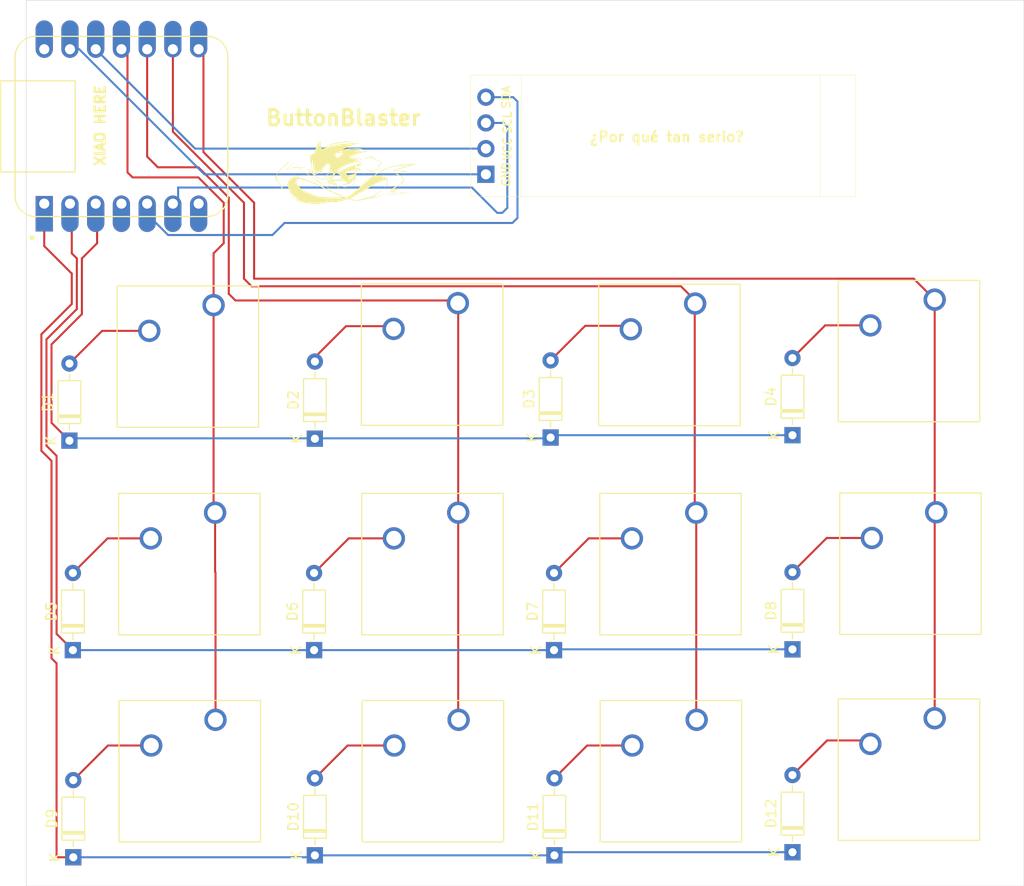
<source format=kicad_pcb>
(kicad_pcb (version 20240108) (generator "pcbnew") (generator_version "8.0")
  (title_block (title "ButtonBlaster") (date "2025-02-02") (rev "1"))
  (layers (0 "F.Cu" signal) (31 "B.Cu" signal) (34 "B.Paste" user) (35 "F.Paste" user) (36 "B.SilkS" user "B.Silkscreen") (37 "F.SilkS" user "F.Silkscreen") (38 "B.Mask" user) (39 "F.Mask" user) (44 "Edge.Cuts" user))
  (net 0 "")
  (net 1 "Net-(D5-A)")
  (net 2 "C1")
  (net 3 "Net-(D10-A)")
  (net 4 "C2")
  (net 5 "Net-(D1-A)")
  (net 6 "F1")
  (net 7 "Net-(D2-A)")
  (net 8 "Net-(D3-A)")
  (net 9 "Net-(D4-A)")
  (net 10 "F2")
  (net 11 "Net-(D6-A)")
  (net 12 "Net-(D7-A)")
  (net 13 "Net-(D8-A)")
  (net 14 "F3")
  (net 15 "Net-(D9-A)")
  (net 16 "Net-(D11-A)")
  (net 17 "Net-(D12-A)")
  (net 18 "GND")
  (net 19 "3.3V")
  (net 20 "C3")
  (net 21 "C4")
  (net 22 "SDA")
  (net 23 "SCL")
  (net 24 "unconnected-(U1-5V-Pad14)")
  (footprint "Diode_THT:D_DO-35_SOD27_P7.62mm_Horizontal" (layer "F.Cu") (at 93.15 66.965 90)
    (property "Reference" "D4" (at 3.81 -2.12 90) (layer "F.SilkS"))
    (property "Value" "1N4148")
    (fp_text user "K" (at 0 -1.8 90) (layer "F.SilkS"))
    (pad "1" thru_hole rect (at 0 0 90) (size 1.6 1.6) (drill 0.8) (layers "*.Cu" "*.Mask") (net 6 "F1"))
    (pad "2" thru_hole oval (at 7.62 0 90) (size 1.6 1.6) (drill 0.8) (layers "*.Cu" "*.Mask") (net 9 "Net-(D4-A)"))
  )
  (footprint "Diode_THT:D_DO-35_SOD27_P7.62mm_Horizontal" (layer "F.Cu") (at 93.15 88.115 90)
    (property "Reference" "D8" (at 3.81 -2.12 90) (layer "F.SilkS"))
    (property "Value" "1N4148")
    (fp_text user "K" (at 0 -1.8 90) (layer "F.SilkS"))
    (pad "1" thru_hole rect (at 0 0 90) (size 1.6 1.6) (drill 0.8) (layers "*.Cu" "*.Mask") (net 10 "F2"))
    (pad "2" thru_hole oval (at 7.62 0 90) (size 1.6 1.6) (drill 0.8) (layers "*.Cu" "*.Mask") (net 13 "Net-(D8-A)"))
  )
  (footprint "Button_Switch_Keyboard:SW_Cherry_MX_1.00u_PCB" (layer "F.Cu") (at 36.19 95.075)
    (property "Reference" "Espacio1" (hide yes))
    (property "Value" "SW_Push")
    (pad "" np_thru_hole circle (at -7.62 5.08) (size 1.7 1.7) (drill 1.7) (layers "*.Cu" "*.Mask"))
    (pad "" np_thru_hole circle (at -2.54 5.08) (size 4 4) (drill 4) (layers "*.Cu" "*.Mask"))
    (pad "" np_thru_hole circle (at 2.54 5.08) (size 1.7 1.7) (drill 1.7) (layers "*.Cu" "*.Mask"))
    (pad "1" thru_hole circle (at 0 0) (size 2.2 2.2) (drill 1.5) (layers "*.Cu" "*.Mask") (net 2 "C1"))
    (pad "2" thru_hole circle (at -6.35 2.54) (size 2.2 2.2) (drill 1.5) (layers "*.Cu" "*.Mask") (net 15 "Net-(D9-A)"))
  )
  (footprint "footprints:XIAO-Generic-Hybrid-14P-2.54-21X17.8MM" (layer "F.Cu") (at 26.902015 36.4645 90)
    (property "Reference" "U1" (hide yes))
    (property "Value" "MOUDLE-SEEEDUINO-XIAO" (hide yes))
    (pad "1" thru_hole rect (at -7.625 -7.62 90) (size 3.5 1.7) (drill 1 (offset -1 0)) (layers "*.Cu" "*.Mask") (net 14 "F3"))
    (pad "2" thru_hole oval (at -7.625 -5.08 90) (size 3.6 1.7) (drill 1 (offset -1 0)) (layers "*.Cu" "*.Mask") (net 10 "F2"))
    (pad "3" thru_hole oval (at -7.625 -2.54 90) (size 3.6 1.7) (drill 1 (offset -1 0)) (layers "*.Cu" "*.Mask") (net 6 "F1"))
    (pad "4" thru_hole oval (at -7.625 0 90) (size 3.6 1.7) (drill 1 (offset -1 0)) (layers "*.Cu" "*.Mask"))
    (pad "5" thru_hole oval (at -7.625 2.54 90) (size 3.6 1.7) (drill 1 (offset -1 0)) (layers "*.Cu" "*.Mask") (net 22 "SDA"))
    (pad "6" thru_hole oval (at -7.625 5.08 270) (size 3.6 1.7) (drill 1 (offset 1 0)) (layers "*.Cu" "*.Mask") (net 23 "SCL"))
    (pad "7" thru_hole oval (at -7.625 7.62 90) (size 3.6 1.7) (drill 1 (offset -1 0)) (layers "*.Cu" "*.Mask"))
    (pad "8" thru_hole oval (at 7.625 7.62 90) (size 3.6 1.7) (drill 1 (offset 1 0)) (layers "*.Cu" "*.Mask") (net 21 "C4"))
    (pad "9" thru_hole oval (at 7.625 5.08 90) (size 3.6 1.7) (drill 1 (offset 1 0)) (layers "*.Cu" "*.Mask") (net 20 "C3"))
    (pad "10" thru_hole oval (at 7.625 2.54 90) (size 3.6 1.7) (drill 1 (offset 1 0)) (layers "*.Cu" "*.Mask") (net 4 "C2"))
    (pad "11" thru_hole oval (at 7.625 0 90) (size 3.7 1.7) (drill 1 (offset 1 0)) (layers "*.Cu" "*.Mask") (net 2 "C1"))
    (pad "12" thru_hole oval (at 7.625 -2.54 90) (size 3.7 1.7) (drill 1 (offset 1 0)) (layers "*.Cu" "*.Mask") (net 19 "3.3V"))
    (pad "13" thru_hole oval (at 7.625 -5.08 90) (size 3.7 1.7) (drill 1 (offset 1 0)) (layers "*.Cu" "*.Mask") (net 18 "GND"))
    (pad "14" thru_hole oval (at 7.625 -7.62 90) (size 3.7 1.7) (drill 1 (offset 1 0)) (layers "*.Cu" "*.Mask") (net 24 "unconnected-(U1-5V-Pad14)"))
  )
  (footprint "Diode_THT:D_DO-35_SOD27_P7.62mm_Horizontal" (layer "F.Cu") (at 45.92 88.195 90)
    (property "Reference" "D6" (at 3.81 -2.12 90) (layer "F.SilkS"))
    (property "Value" "1N4148")
    (fp_text user "K" (at 0 -1.8 90) (layer "F.SilkS"))
    (pad "1" thru_hole rect (at 0 0 90) (size 1.6 1.6) (drill 0.8) (layers "*.Cu" "*.Mask") (net 10 "F2"))
    (pad "2" thru_hole oval (at 7.62 0 90) (size 1.6 1.6) (drill 0.8) (layers "*.Cu" "*.Mask") (net 11 "Net-(D6-A)"))
  )
  (footprint "Diode_THT:D_DO-35_SOD27_P7.62mm_Horizontal" (layer "F.Cu") (at 69.27 67.195 90)
    (property "Reference" "D3" (at 3.81 -2.12 90) (layer "F.SilkS"))
    (property "Value" "1N4148")
    (fp_text user "K" (at 0 -1.8 90) (layer "F.SilkS"))
    (pad "1" thru_hole rect (at 0 0 90) (size 1.6 1.6) (drill 0.8) (layers "*.Cu" "*.Mask") (net 6 "F1"))
    (pad "2" thru_hole oval (at 7.62 0 90) (size 1.6 1.6) (drill 0.8) (layers "*.Cu" "*.Mask") (net 8 "Net-(D3-A)"))
  )
  (footprint "Sonic:Sonic-mod" (layer "F.Cu") (at 49 41)
    (property "Reference" "G***" (hide yes))
    (property "Value" "LOGO" (hide yes))
  )
  (footprint "Button_Switch_Keyboard:SW_Cherry_MX_1.00u_PCB" (layer "F.Cu") (at 83.65 74.615)
    (property "Reference" "De1" (hide yes))
    (property "Value" "SW_Push")
    (pad "" np_thru_hole circle (at -7.62 5.08) (size 1.7 1.7) (drill 1.7) (layers "*.Cu" "*.Mask"))
    (pad "" np_thru_hole circle (at -2.54 5.08) (size 4 4) (drill 4) (layers "*.Cu" "*.Mask"))
    (pad "" np_thru_hole circle (at 2.54 5.08) (size 1.7 1.7) (drill 1.7) (layers "*.Cu" "*.Mask"))
    (pad "1" thru_hole circle (at 0 0) (size 2.2 2.2) (drill 1.5) (layers "*.Cu" "*.Mask") (net 20 "C3"))
    (pad "2" thru_hole circle (at -6.35 2.54) (size 2.2 2.2) (drill 1.5) (layers "*.Cu" "*.Mask") (net 12 "Net-(D7-A)"))
  )
  (footprint "Button_Switch_Keyboard:SW_Cherry_MX_1.00u_PCB" (layer "F.Cu") (at 36 54.115)
    (property "Reference" "Q1" (hide yes))
    (property "Value" "SW_Push")
    (pad "" np_thru_hole circle (at -7.62 5.08) (size 1.7 1.7) (drill 1.7) (layers "*.Cu" "*.Mask"))
    (pad "" np_thru_hole circle (at -2.54 5.08) (size 4 4) (drill 4) (layers "*.Cu" "*.Mask"))
    (pad "" np_thru_hole circle (at 2.54 5.08) (size 1.7 1.7) (drill 1.7) (layers "*.Cu" "*.Mask"))
    (pad "1" thru_hole circle (at 0 0) (size 2.2 2.2) (drill 1.5) (layers "*.Cu" "*.Mask") (net 2 "C1"))
    (pad "2" thru_hole circle (at -6.35 2.54) (size 2.2 2.2) (drill 1.5) (layers "*.Cu" "*.Mask") (net 5 "Net-(D1-A)"))
  )
  (footprint "Button_Switch_Keyboard:SW_Cherry_MX_1.00u_PCB" (layer "F.Cu") (at 60.12 53.92)
    (property "Reference" "W1" (hide yes))
    (property "Value" "SW_Push")
    (pad "" np_thru_hole circle (at -7.62 5.08) (size 1.7 1.7) (drill 1.7) (layers "*.Cu" "*.Mask"))
    (pad "" np_thru_hole circle (at -2.54 5.08) (size 4 4) (drill 4) (layers "*.Cu" "*.Mask"))
    (pad "" np_thru_hole circle (at 2.54 5.08) (size 1.7 1.7) (drill 1.7) (layers "*.Cu" "*.Mask"))
    (pad "1" thru_hole circle (at 0 0) (size 2.2 2.2) (drill 1.5) (layers "*.Cu" "*.Mask") (net 4 "C2"))
    (pad "2" thru_hole circle (at -6.35 2.54) (size 2.2 2.2) (drill 1.5) (layers "*.Cu" "*.Mask") (net 7 "Net-(D2-A)"))
  )
  (footprint "Button_Switch_Keyboard:SW_Cherry_MX_1.00u_PCB" (layer "F.Cu") (at 107.19 94.92)
    (property "Reference" "Shift1" (hide yes))
    (property "Value" "SW_Push")
    (pad "" np_thru_hole circle (at -7.62 5.08) (size 1.7 1.7) (drill 1.7) (layers "*.Cu" "*.Mask"))
    (pad "" np_thru_hole circle (at -2.54 5.08) (size 4 4) (drill 4) (layers "*.Cu" "*.Mask"))
    (pad "" np_thru_hole circle (at 2.54 5.08) (size 1.7 1.7) (drill 1.7) (layers "*.Cu" "*.Mask"))
    (pad "1" thru_hole circle (at 0 0) (size 2.2 2.2) (drill 1.5) (layers "*.Cu" "*.Mask") (net 21 "C4"))
    (pad "2" thru_hole circle (at -6.35 2.54) (size 2.2 2.2) (drill 1.5) (layers "*.Cu" "*.Mask") (net 17 "Net-(D12-A)"))
  )
  (footprint "Button_Switch_Keyboard:SW_Cherry_MX_1.00u_PCB" (layer "F.Cu") (at 60.15 74.615)
    (property "Reference" "S1" (hide yes))
    (property "Value" "SW_Push")
    (pad "" np_thru_hole circle (at -7.62 5.08) (size 1.7 1.7) (drill 1.7) (layers "*.Cu" "*.Mask"))
    (pad "" np_thru_hole circle (at -2.54 5.08) (size 4 4) (drill 4) (layers "*.Cu" "*.Mask"))
    (pad "" np_thru_hole circle (at 2.54 5.08) (size 1.7 1.7) (drill 1.7) (layers "*.Cu" "*.Mask"))
    (pad "1" thru_hole circle (at 0 0) (size 2.2 2.2) (drill 1.5) (layers "*.Cu" "*.Mask") (net 4 "C2"))
    (pad "2" thru_hole circle (at -6.35 2.54) (size 2.2 2.2) (drill 1.5) (layers "*.Cu" "*.Mask") (net 11 "Net-(D6-A)"))
  )
  (footprint "Button_Switch_Keyboard:SW_Cherry_MX_1.00u_PCB" (layer "F.Cu") (at 107.34 74.575)
    (property "Reference" "F1" (hide yes))
    (property "Value" "SW_Push")
    (pad "" np_thru_hole circle (at -7.62 5.08) (size 1.7 1.7) (drill 1.7) (layers "*.Cu" "*.Mask"))
    (pad "" np_thru_hole circle (at -2.54 5.08) (size 4 4) (drill 4) (layers "*.Cu" "*.Mask"))
    (pad "" np_thru_hole circle (at 2.54 5.08) (size 1.7 1.7) (drill 1.7) (layers "*.Cu" "*.Mask"))
    (pad "1" thru_hole circle (at 0 0) (size 2.2 2.2) (drill 1.5) (layers "*.Cu" "*.Mask") (net 21 "C4"))
    (pad "2" thru_hole circle (at -6.35 2.54) (size 2.2 2.2) (drill 1.5) (layers "*.Cu" "*.Mask") (net 13 "Net-(D8-A)"))
  )
  (footprint "Diode_THT:D_DO-35_SOD27_P7.62mm_Horizontal" (layer "F.Cu") (at 22.15 108.655 90)
    (property "Reference" "D9" (at 3.81 -2.12 90) (layer "F.SilkS"))
    (property "Value" "1N4148")
    (fp_text user "K" (at 0 -1.8 90) (layer "F.SilkS"))
    (pad "1" thru_hole rect (at 0 0 90) (size 1.6 1.6) (drill 0.8) (layers "*.Cu" "*.Mask") (net 14 "F3"))
    (pad "2" thru_hole oval (at 7.62 0 90) (size 1.6 1.6) (drill 0.8) (layers "*.Cu" "*.Mask") (net 15 "Net-(D9-A)"))
  )
  (footprint "Diode_THT:D_DO-35_SOD27_P7.62mm_Horizontal" (layer "F.Cu") (at 69.61 88.195 90)
    (property "Reference" "D7" (at 3.81 -2.12 90) (layer "F.SilkS"))
    (property "Value" "1N4148")
    (fp_text user "K" (at 0 -1.8 90) (layer "F.SilkS"))
    (pad "1" thru_hole rect (at 0 0 90) (size 1.6 1.6) (drill 0.8) (layers "*.Cu" "*.Mask") (net 10 "F2"))
    (pad "2" thru_hole oval (at 7.62 0 90) (size 1.6 1.6) (drill 0.8) (layers "*.Cu" "*.Mask") (net 12 "Net-(D7-A)"))
  )
  (footprint "Button_Switch_Keyboard:SW_Cherry_MX_1.00u_PCB" (layer "F.Cu") (at 83.54 53.96)
    (property "Reference" "E1" (hide yes))
    (property "Value" "SW_Push")
    (pad "" np_thru_hole circle (at -7.62 5.08) (size 1.7 1.7) (drill 1.7) (layers "*.Cu" "*.Mask"))
    (pad "" np_thru_hole circle (at -2.54 5.08) (size 4 4) (drill 4) (layers "*.Cu" "*.Mask"))
    (pad "" np_thru_hole circle (at 2.54 5.08) (size 1.7 1.7) (drill 1.7) (layers "*.Cu" "*.Mask"))
    (pad "1" thru_hole circle (at 0 0) (size 2.2 2.2) (drill 1.5) (layers "*.Cu" "*.Mask") (net 20 "C3"))
    (pad "2" thru_hole circle (at -6.35 2.54) (size 2.2 2.2) (drill 1.5) (layers "*.Cu" "*.Mask") (net 8 "Net-(D3-A)"))
  )
  (footprint "Button_Switch_Keyboard:SW_Cherry_MX_1.00u_PCB" (layer "F.Cu") (at 60.19 95.075)
    (property "Reference" "C1" (hide yes))
    (property "Value" "SW_Push")
    (pad "" np_thru_hole circle (at -7.62 5.08) (size 1.7 1.7) (drill 1.7) (layers "*.Cu" "*.Mask"))
    (pad "" np_thru_hole circle (at -2.54 5.08) (size 4 4) (drill 4) (layers "*.Cu" "*.Mask"))
    (pad "" np_thru_hole circle (at 2.54 5.08) (size 1.7 1.7) (drill 1.7) (layers "*.Cu" "*.Mask"))
    (pad "1" thru_hole circle (at 0 0) (size 2.2 2.2) (drill 1.5) (layers "*.Cu" "*.Mask") (net 4 "C2"))
    (pad "2" thru_hole circle (at -6.35 2.54) (size 2.2 2.2) (drill 1.5) (layers "*.Cu" "*.Mask") (net 3 "Net-(D10-A)"))
  )
  (footprint "Diode_THT:D_DO-35_SOD27_P7.62mm_Horizontal" (layer "F.Cu") (at 69.65 108.465 90)
    (property "Reference" "D11" (at 3.81 -2.12 90) (layer "F.SilkS"))
    (property "Value" "1N4148")
    (fp_text user "K" (at 0 -1.8 90) (layer "F.SilkS"))
    (pad "1" thru_hole rect (at 0 0 90) (size 1.6 1.6) (drill 0.8) (layers "*.Cu" "*.Mask") (net 14 "F3"))
    (pad "2" thru_hole oval (at 7.62 0 90) (size 1.6 1.6) (drill 0.8) (layers "*.Cu" "*.Mask") (net 16 "Net-(D11-A)"))
  )
  (footprint "Diode_THT:D_DO-35_SOD27_P7.62mm_Horizontal" (layer "F.Cu") (at 21.77 67.505 90)
    (property "Reference" "D1" (at 3.81 -2.12 90) (layer "F.SilkS"))
    (property "Value" "1N4148")
    (fp_text user "K" (at 0 -1.8 90) (layer "F.SilkS"))
    (pad "1" thru_hole rect (at 0 0 90) (size 1.6 1.6) (drill 0.8) (layers "*.Cu" "*.Mask") (net 6 "F1"))
    (pad "2" thru_hole oval (at 7.62 0 90) (size 1.6 1.6) (drill 0.8) (layers "*.Cu" "*.Mask") (net 5 "Net-(D1-A)"))
  )
  (footprint "Button_Switch_Keyboard:SW_Cherry_MX_1.00u_PCB" (layer "F.Cu") (at 107.19 53.575)
    (property "Reference" "Re1" (hide yes))
    (property "Value" "SW_Push")
    (pad "" np_thru_hole circle (at -7.62 5.08) (size 1.7 1.7) (drill 1.7) (layers "*.Cu" "*.Mask"))
    (pad "" np_thru_hole circle (at -2.54 5.08) (size 4 4) (drill 4) (layers "*.Cu" "*.Mask"))
    (pad "" np_thru_hole circle (at 2.54 5.08) (size 1.7 1.7) (drill 1.7) (layers "*.Cu" "*.Mask"))
    (pad "1" thru_hole circle (at 0 0) (size 2.2 2.2) (drill 1.5) (layers "*.Cu" "*.Mask") (net 21 "C4"))
    (pad "2" thru_hole circle (at -6.35 2.54) (size 2.2 2.2) (drill 1.5) (layers "*.Cu" "*.Mask") (net 9 "Net-(D4-A)"))
  )
  (footprint "Button_Switch_Keyboard:SW_Cherry_MX_1.00u_PCB" (layer "F.Cu") (at 36.15 74.615)
    (property "Reference" "A1" (hide yes))
    (property "Value" "SW_Push")
    (pad "" np_thru_hole circle (at -7.62 5.08) (size 1.7 1.7) (drill 1.7) (layers "*.Cu" "*.Mask"))
    (pad "" np_thru_hole circle (at -2.54 5.08) (size 4 4) (drill 4) (layers "*.Cu" "*.Mask"))
    (pad "" np_thru_hole circle (at 2.54 5.08) (size 1.7 1.7) (drill 1.7) (layers "*.Cu" "*.Mask"))
    (pad "1" thru_hole circle (at 0 0) (size 2.2 2.2) (drill 1.5) (layers "*.Cu" "*.Mask") (net 2 "C1"))
    (pad "2" thru_hole circle (at -6.35 2.54) (size 2.2 2.2) (drill 1.5) (layers "*.Cu" "*.Mask") (net 1 "Net-(D5-A)"))
  )
  (footprint "Diode_THT:D_DO-35_SOD27_P7.62mm_Horizontal" (layer "F.Cu") (at 46 108.465 90)
    (property "Reference" "D10" (at 3.81 -2.12 90) (layer "F.SilkS"))
    (property "Value" "1N4148")
    (fp_text user "K" (at 0 -1.8 90) (layer "F.SilkS"))
    (pad "1" thru_hole rect (at 0 0 90) (size 1.6 1.6) (drill 0.8) (layers "*.Cu" "*.Mask") (net 14 "F3"))
    (pad "2" thru_hole oval (at 7.62 0 90) (size 1.6 1.6) (drill 0.8) (layers "*.Cu" "*.Mask") (net 3 "Net-(D10-A)"))
  )
  (footprint "Button_Switch_Keyboard:SW_Cherry_MX_1.00u_PCB" (layer "F.Cu") (at 83.69 95.075)
    (property "Reference" "V1" (hide yes))
    (property "Value" "SW_Push")
    (pad "" np_thru_hole circle (at -7.62 5.08) (size 1.7 1.7) (drill 1.7) (layers "*.Cu" "*.Mask"))
    (pad "" np_thru_hole circle (at -2.54 5.08) (size 4 4) (drill 4) (layers "*.Cu" "*.Mask"))
    (pad "" np_thru_hole circle (at 2.54 5.08) (size 1.7 1.7) (drill 1.7) (layers "*.Cu" "*.Mask"))
    (pad "1" thru_hole circle (at 0 0) (size 2.2 2.2) (drill 1.5) (layers "*.Cu" "*.Mask") (net 20 "C3"))
    (pad "2" thru_hole circle (at -6.35 2.54) (size 2.2 2.2) (drill 1.5) (layers "*.Cu" "*.Mask") (net 16 "Net-(D11-A)"))
  )
  (footprint "Diode_THT:D_DO-35_SOD27_P7.62mm_Horizontal" (layer "F.Cu") (at 46 67.31 90)
    (property "Reference" "D2" (at 3.81 -2.12 90) (layer "F.SilkS"))
    (property "Value" "1N4148")
    (fp_text user "K" (at 0 -1.8 90) (layer "F.SilkS"))
    (pad "1" thru_hole rect (at 0 0 90) (size 1.6 1.6) (drill 0.8) (layers "*.Cu" "*.Mask") (net 6 "F1"))
    (pad "2" thru_hole oval (at 7.62 0 90) (size 1.6 1.6) (drill 0.8) (layers "*.Cu" "*.Mask") (net 7 "Net-(D2-A)"))
  )
  (footprint "Diode_THT:D_DO-35_SOD27_P7.62mm_Horizontal" (layer "F.Cu") (at 22.11 88.195 90)
    (property "Reference" "D5" (at 3.81 -2.12 90) (layer "F.SilkS"))
    (property "Value" "1N4148")
    (fp_text user "K" (at 0 -1.8 90) (layer "F.SilkS"))
    (pad "1" thru_hole rect (at 0 0 90) (size 1.6 1.6) (drill 0.8) (layers "*.Cu" "*.Mask") (net 10 "F2"))
    (pad "2" thru_hole oval (at 7.62 0 90) (size 1.6 1.6) (drill 0.8) (layers "*.Cu" "*.Mask") (net 1 "Net-(D5-A)"))
  )
  (footprint "kicad_oled:SSD1306-0.91-OLED-4pin-128x32" (layer "F.Cu") (at 99.385 43.385 180)
    (property "Reference" "J1" (hide yes))
    (property "Value" "Conn_01x04_Pin")
    (fp_text user "VCC" (at 34.385 4.73 90) (layer "F.SilkS") (effects (font (size 0.8 0.8) (thickness 0.15) (bold yes))))
    (fp_text user "GND" (at 34.5 2.19 90) (layer "F.SilkS") (effects (font (size 0.8 0.8))))
    (fp_text user "SDA" (at 34.5 9.81 90) (layer "F.SilkS") (effects (font (size 0.8 0.8))))
    (fp_text user "SCL" (at 34.385 7.27 90) (layer "F.SilkS") (effects (font (size 0.8 0.8) (thickness 0.15) (bold yes))))
    (pad "1" thru_hole rect (at 36.5 2.19 180) (size 1.7 1.7) (drill 1) (layers "*.Cu" "*.Mask") (net 18 "GND"))
    (pad "2" thru_hole oval (at 36.5 4.73 180) (size 1.7 1.7) (drill 1) (layers "*.Cu" "*.Mask") (net 19 "3.3V"))
    (pad "3" thru_hole oval (at 36.5 7.27 180) (size 1.7 1.7) (drill 1) (layers "*.Cu" "*.Mask") (net 23 "SCL"))
    (pad "4" thru_hole oval (at 36.5 9.81 180) (size 1.7 1.7) (drill 1) (layers "*.Cu" "*.Mask") (net 22 "SDA"))
  )
  (footprint "Diode_THT:D_DO-35_SOD27_P7.62mm_Horizontal" (layer "F.Cu") (at 93.15 108.155 90)
    (property "Reference" "D12" (at 3.81 -2.12 90) (layer "F.SilkS"))
    (property "Value" "1N4148")
    (fp_text user "K" (at 0 -1.8 90) (layer "F.SilkS"))
    (pad "1" thru_hole rect (at 0 0 90) (size 1.6 1.6) (drill 0.8) (layers "*.Cu" "*.Mask") (net 14 "F3"))
    (pad "2" thru_hole oval (at 7.62 0 90) (size 1.6 1.6) (drill 0.8) (layers "*.Cu" "*.Mask") (net 17 "Net-(D12-A)"))
  )
  (gr_rect (start 17.5 24) (end 116 111.5) (stroke (width 0.05)) (fill none) (layer "Edge.Cuts"))
  (gr_text "XIAO HERE\n\n" (at 27 40.5 90) (layer "F.SilkS") (effects (font (size 1 1) (thickness 0.25) (bold yes)) (justify left bottom)))
  (gr_text "ButtonBlaster" (at 41 36.5 0) (layer "F.SilkS") (effects (font (size 1.5 1.5) (thickness 0.3) (bold yes)) (justify left bottom)))
  (gr_text "¿Por qué tan serio?" (at 73 37.5 0) (layer "F.SilkS") (effects (font (size 1 1) (thickness 0.2) (bold yes)) (justify left)))
  (segment (start 22.11 80.575) (end 25.53 77.155) (width 0.2) (layer "F.Cu") (net 1))
  (segment (start 25.53 77.155) (end 29.8 77.155) (width 0.2) (layer "F.Cu") (net 1))
  (segment (start 36 54.115) (end 36 49) (width 0.2) (layer "F.Cu") (net 2))
  (segment (start 28 41.5) (end 27.5 41) (width 0.2) (layer "F.Cu") (net 2))
  (segment (start 37 48) (end 37 44) (width 0.2) (layer "F.Cu") (net 2))
  (segment (start 36 74.465) (end 36.15 74.615) (width 0.2) (layer "F.Cu") (net 2))
  (segment (start 36.15 95.035) (end 36.19 95.075) (width 0.2) (layer "F.Cu") (net 2))
  (segment (start 36 49) (end 37 48) (width 0.2) (layer "F.Cu") (net 2))
  (segment (start 36.15 74.615) (end 36.15 80.478402) (width 0.2) (layer "F.Cu") (net 2))
  (segment (start 37 44) (end 34.5 41.5) (width 0.2) (layer "F.Cu") (net 2))
  (segment (start 34.5 41.5) (end 28 41.5) (width 0.2) (layer "F.Cu") (net 2))
  (segment (start 27.5 41) (end 27.5 29.437485) (width 0.2) (layer "F.Cu") (net 2))
  (segment (start 36.15 80.478402) (end 36.19 80.518402) (width 0.2) (layer "F.Cu") (net 2))
  (segment (start 36 54.115) (end 36 74.465) (width 0.2) (layer "F.Cu") (net 2))
  (segment (start 27.5 29.437485) (end 26.902015 28.8395) (width 0.2) (layer "F.Cu") (net 2))
  (segment (start 36.19 80.518402) (end 36.19 95.075) (width 0.2) (layer "F.Cu") (net 2))
  (segment (start 49.23 97.615) (end 53.84 97.615) (width 0.2) (layer "F.Cu") (net 3))
  (segment (start 46 100.845) (end 49.23 97.615) (width 0.2) (layer "F.Cu") (net 3))
  (segment (start 60.15 53.95) (end 60.12 53.92) (width 0.2) (layer "F.Cu") (net 4))
  (segment (start 60.15 74.615) (end 60.15 95.035) (width 0.2) (layer "F.Cu") (net 4))
  (segment (start 38.155 53.655) (end 37.5 53) (width 0.2) (layer "F.Cu") (net 4))
  (segment (start 59.65 74.115) (end 60.15 74.615) (width 0.2) (layer "F.Cu") (net 4))
  (segment (start 60.15 95.035) (end 60.19 95.075) (width 0.2) (layer "F.Cu") (net 4))
  (segment (start 34.5 40.5) (end 30.5 40.5) (width 0.2) (layer "F.Cu") (net 4))
  (segment (start 29.442015 39.442015) (end 29.442015 28.8395) (width 0.2) (layer "F.Cu") (net 4))
  (segment (start 60.15 74.615) (end 60.15 53.95) (width 0.2) (layer "F.Cu") (net 4))
  (segment (start 30.5 40.5) (end 29.442015 39.442015) (width 0.2) (layer "F.Cu") (net 4))
  (segment (start 37.5 43.5) (end 34.5 40.5) (width 0.2) (layer "F.Cu") (net 4))
  (segment (start 37.5 53) (end 37.5 43.5) (width 0.2) (layer "F.Cu") (net 4))
  (segment (start 59.65 53.655) (end 38.155 53.655) (width 0.2) (layer "F.Cu") (net 4))
  (segment (start 30 28.281515) (end 29.442015 28.8395) (width 0.2) (layer "B.Cu") (net 4))
  (segment (start 25 56.655) (end 29.65 56.655) (width 0.2) (layer "F.Cu") (net 5))
  (segment (start 21.77 59.885) (end 25 56.655) (width 0.2) (layer "F.Cu") (net 5))
  (segment (start 21.77 67.505) (end 20 65.735) (width 0.2) (layer "F.Cu") (net 6))
  (segment (start 20 58) (end 23 55) (width 0.2) (layer "F.Cu") (net 6))
  (segment (start 24.5 44.227485) (end 24.362015 44.0895) (width 0.2) (layer "F.Cu") (net 6))
  (segment (start 23 49.5) (end 24.5 48) (width 0.2) (layer "F.Cu") (net 6))
  (segment (start 20 65.735) (end 20 58) (width 0.2) (layer "F.Cu") (net 6))
  (segment (start 23 55) (end 23 49.5) (width 0.2) (layer "F.Cu") (net 6))
  (segment (start 24.5 48) (end 24.5 44.227485) (width 0.2) (layer "F.Cu") (net 6))
  (segment (start 68.69 67.195) (end 68.61 67.275) (width 0.2) (layer "B.Cu") (net 6))
  (segment (start 69.5 66.965) (end 69.27 67.195) (width 0.2) (layer "B.Cu") (net 6))
  (segment (start 45.61 67.275) (end 22 67.275) (width 0.2) (layer "B.Cu") (net 6))
  (segment (start 68.61 67.275) (end 45.61 67.275) (width 0.2) (layer "B.Cu") (net 6))
  (segment (start 69.27 67.195) (end 68.69 67.195) (width 0.2) (layer "B.Cu") (net 6))
  (segment (start 93.15 66.965) (end 69.5 66.965) (width 0.2) (layer "B.Cu") (net 6))
  (segment (start 22 67.275) (end 21.77 67.505) (width 0.2) (layer "B.Cu") (net 6))
  (segment (start 45.61 59.655) (end 49.07 56.195) (width 0.2) (layer "F.Cu") (net 7))
  (segment (start 49.07 56.195) (end 53.3 56.195) (width 0.2) (layer "F.Cu") (net 7))
  (segment (start 69.27 59.575) (end 72.69 56.155) (width 0.2) (layer "F.Cu") (net 8))
  (segment (start 72.69 56.155) (end 77.15 56.155) (width 0.2) (layer "F.Cu") (net 8))
  (segment (start 93.15 59.345) (end 96.38 56.115) (width 0.2) (layer "F.Cu") (net 9))
  (segment (start 96.38 56.115) (end 100.84 56.115) (width 0.2) (layer "F.Cu") (net 9))
  (segment (start 22 44.267485) (end 21.822015 44.0895) (width 0.2) (layer "F.Cu") (net 10))
  (segment (start 20.5 69) (end 19.5 68) (width 0.2) (layer "F.Cu") (net 10))
  (segment (start 20.5 86.585) (end 20.5 69) (width 0.2) (layer "F.Cu") (net 10))
  (segment (start 22.5 54.5) (end 22.5 49.5) (width 0.2) (layer "F.Cu") (net 10))
  (segment (start 22 49) (end 22 44.267485) (width 0.2) (layer "F.Cu") (net 10))
  (segment (start 22.5 49.5) (end 22 49) (width 0.2) (layer "F.Cu") (net 10))
  (segment (start 22.11 88.195) (end 20.5 86.585) (width 0.2) (layer "F.Cu") (net 10))
  (segment (start 19.5 68) (end 19.5 57.5) (width 0.2) (layer "F.Cu") (net 10))
  (segment (start 19.5 57.5) (end 22.5 54.5) (width 0.2) (layer "F.Cu") (net 10))
  (segment (start 93.15 88.115) (end 69.69 88.115) (width 0.2) (layer "B.Cu") (net 10))
  (segment (start 45.92 88.195) (end 22.11 88.195) (width 0.2) (layer "B.Cu") (net 10))
  (segment (start 69.61 88.195) (end 45.92 88.195) (width 0.2) (layer "B.Cu") (net 10))
  (segment (start 69.69 88.115) (end 69.61 88.195) (width 0.2) (layer "B.Cu") (net 10))
  (segment (start 49.34 77.155) (end 53.8 77.155) (width 0.2) (layer "F.Cu") (net 11))
  (segment (start 45.92 80.575) (end 49.34 77.155) (width 0.2) (layer "F.Cu") (net 11))
  (segment (start 73.03 77.155) (end 77.3 77.155) (width 0.2) (layer "F.Cu") (net 12))
  (segment (start 69.61 80.575) (end 73.03 77.155) (width 0.2) (layer "F.Cu") (net 12))
  (segment (start 96.53 77.115) (end 100.99 77.115) (width 0.2) (layer "F.Cu") (net 13))
  (segment (start 93.15 80.495) (end 96.53 77.115) (width 0.2) (layer "F.Cu") (net 13))
  (segment (start 20.655 108.655) (end 20.5 108.5) (width 0.2) (layer "F.Cu") (net 14))
  (segment (start 19 68.5) (end 19 57) (width 0.2) (layer "F.Cu") (net 14))
  (segment (start 20 69.5) (end 19 68.5) (width 0.2) (layer "F.Cu") (net 14))
  (segment (start 20.5 89.5) (end 20 89) (width 0.2) (layer "F.Cu") (net 14))
  (segment (start 22 54) (end 22 51) (width 0.2) (layer "F.Cu") (net 14))
  (segment (start 19.282015 48.282015) (end 19.282015 44.0895) (width 0.2) (layer "F.Cu") (net 14))
  (segment (start 22.15 108.655) (end 20.655 108.655) (width 0.2) (layer "F.Cu") (net 14))
  (segment (start 19 57) (end 22 54) (width 0.2) (layer "F.Cu") (net 14))
  (segment (start 20 89) (end 20 69.5) (width 0.2) (layer "F.Cu") (net 14))
  (segment (start 22 51) (end 19.282015 48.282015) (width 0.2) (layer "F.Cu") (net 14))
  (segment (start 20.5 108.5) (end 20.5 89.5) (width 0.2) (layer "F.Cu") (net 14))
  (segment (start 69.65 108.465) (end 46 108.465) (width 0.2) (layer "B.Cu") (net 14))
  (segment (start 93.15 108.155) (end 69.96 108.155) (width 0.2) (layer "B.Cu") (net 14))
  (segment (start 46 108.465) (end 45.96 108.465) (width 0.2) (layer "B.Cu") (net 14))
  (segment (start 45.96 108.465) (end 45.77 108.655) (width 0.2) (layer "B.Cu") (net 14))
  (segment (start 69.96 108.155) (end 69.65 108.465) (width 0.2) (layer "B.Cu") (net 14))
  (segment (start 45.77 108.655) (end 22.15 108.655) (width 0.2) (layer "B.Cu") (net 14))
  (segment (start 25.57 97.615) (end 29.84 97.615) (width 0.2) (layer "F.Cu") (net 15))
  (segment (start 22.15 101.035) (end 25.57 97.615) (width 0.2) (layer "F.Cu") (net 15))
  (segment (start 69.65 100.845) (end 72.88 97.615) (width 0.2) (layer "F.Cu") (net 16))
  (segment (start 72.88 97.615) (end 77.34 97.615) (width 0.2) (layer "F.Cu") (net 16))
  (segment (start 96.57 97.115) (end 100.84 97.115) (width 0.2) (layer "F.Cu") (net 17))
  (segment (start 93.15 100.535) (end 96.57 97.115) (width 0.2) (layer "F.Cu") (net 17))
  (segment (start 22.735669 28.8395) (end 21.822015 28.8395) (width 0.2) (layer "B.Cu") (net 18))
  (segment (start 62.885 41.195) (end 35.091169 41.195) (width 0.2) (layer "B.Cu") (net 18))
  (segment (start 35.091169 41.195) (end 22.735669 28.8395) (width 0.2) (layer "B.Cu") (net 18))
  (segment (start 62.885 38.655) (end 34.177515 38.655) (width 0.2) (layer "B.Cu") (net 19))
  (segment (start 34.177515 38.655) (end 24.362015 28.8395) (width 0.2) (layer "B.Cu") (net 19))
  (segment (start 39.755 52.255) (end 39 51.5) (width 0.2) (layer "F.Cu") (net 20))
  (segment (start 39 51.5) (end 39 44) (width 0.2) (layer "F.Cu") (net 20))
  (segment (start 83.5 74.465) (end 83.65 74.615) (width 0.2) (layer "F.Cu") (net 20))
  (segment (start 83.65 74.615) (end 83.65 95.035) (width 0.2) (layer "F.Cu") (net 20))
  (segment (start 83.5 53.615) (end 82.14 52.255) (width 0.2) (layer "F.Cu") (net 20))
  (segment (start 82.14 52.255) (end 39.755 52.255) (width 0.2) (layer "F.Cu") (net 20))
  (segment (start 83.65 95.035) (end 83.69 95.075) (width 0.2) (layer "F.Cu") (net 20))
  (segment (start 83.5 53.615) (end 83.5 74.465) (width 0.2) (layer "F.Cu") (net 20))
  (segment (start 31.982015 36.982015) (end 31.982015 28.8395) (width 0.2) (layer "F.Cu") (net 20))
  (segment (start 39 44) (end 31.982015 36.982015) (width 0.2) (layer "F.Cu") (net 20))
  (segment (start 107.19 53.575) (end 107.19 94.575) (width 0.2) (layer "F.Cu") (net 21))
  (segment (start 40 44) (end 35 39) (width 0.2) (layer "F.Cu") (net 21))
  (segment (start 107.19 53.575) (end 105.115 51.5) (width 0.2) (layer "F.Cu") (net 21))
  (segment (start 35 39) (end 35 29.317485) (width 0.2) (layer "F.Cu") (net 21))
  (segment (start 40 51.5) (end 40 44) (width 0.2) (layer "F.Cu") (net 21))
  (segment (start 35 29.317485) (end 34.522015 28.8395) (width 0.2) (layer "F.Cu") (net 21))
  (segment (start 107.19 74.425) (end 107.34 74.575) (width 0.2) (layer "F.Cu") (net 21))
  (segment (start 105.115 51.5) (end 40 51.5) (width 0.2) (layer "F.Cu") (net 21))
  (segment (start 62.885 33.575) (end 65.575 33.575) (width 0.2) (layer "B.Cu") (net 22))
  (segment (start 41.8105 47.1895) (end 31.505669 47.1895) (width 0.2) (layer "B.Cu") (net 22))
  (segment (start 66 45.5) (end 65.5 46) (width 0.2) (layer "B.Cu") (net 22))
  (segment (start 65.5 46) (end 43 46) (width 0.2) (layer "B.Cu") (net 22))
  (segment (start 43 46) (end 41.8105 47.1895) (width 0.2) (layer "B.Cu") (net 22))
  (segment (start 66 34) (end 66 45.5) (width 0.2) (layer "B.Cu") (net 22))
  (segment (start 65.575 33.575) (end 66 34) (width 0.2) (layer "B.Cu") (net 22))
  (segment (start 31.505669 47.1895) (end 29.442015 45.125846) (width 0.2) (layer "B.Cu") (net 22))
  (segment (start 29.442015 45.125846) (end 29.442015 44.0895) (width 0.2) (layer "B.Cu") (net 22))
  (segment (start 62.885 36.115) (end 64.615 36.115) (width 0.2) (layer "B.Cu") (net 23))
  (segment (start 64 45) (end 61.5 42.5) (width 0.2) (layer "B.Cu") (net 23))
  (segment (start 32.5 43.571515) (end 31.982015 44.0895) (width 0.2) (layer "B.Cu") (net 23))
  (segment (start 64.615 36.115) (end 65 36.5) (width 0.2) (layer "B.Cu") (net 23))
  (segment (start 64.5 45) (end 64 45) (width 0.2) (layer "B.Cu") (net 23))
  (segment (start 65 36.5) (end 65 44.5) (width 0.2) (layer "B.Cu") (net 23))
  (segment (start 65 44.5) (end 64.5 45) (width 0.2) (layer "B.Cu") (net 23))
  (segment (start 61.5 42.5) (end 32.5 42.5) (width 0.2) (layer "B.Cu") (net 23))
  (segment (start 32.5 42.5) (end 32.5 43.571515) (width 0.2) (layer "B.Cu") (net 23))
  (segment (start 18.79 29.331515) (end 19.282015 28.8395) (width 0.2) (layer "F.Cu") (net 24))
)
</source>
